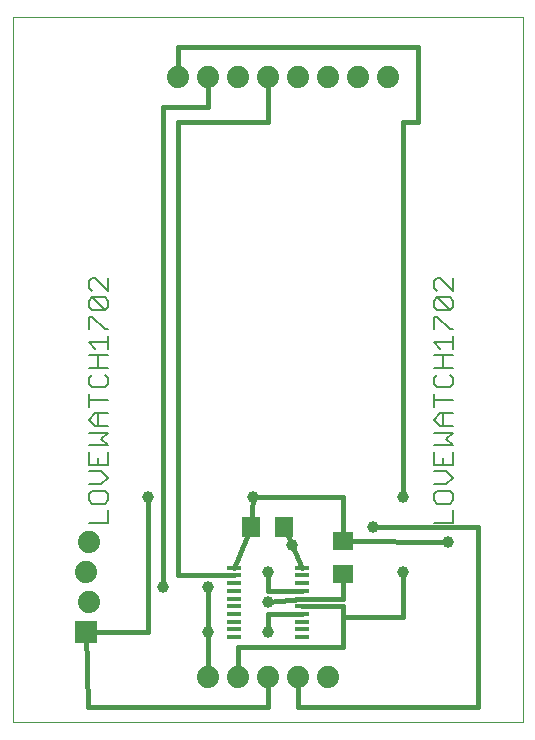
<source format=gtl>
G75*
%MOIN*%
%OFA0B0*%
%FSLAX25Y25*%
%IPPOS*%
%LPD*%
%AMOC8*
5,1,8,0,0,1.08239X$1,22.5*
%
%ADD10C,0.00000*%
%ADD11C,0.00600*%
%ADD12R,0.06299X0.07087*%
%ADD13R,0.07400X0.07400*%
%ADD14C,0.07400*%
%ADD15R,0.07098X0.06299*%
%ADD16R,0.04724X0.01181*%
%ADD17C,0.01600*%
%ADD18C,0.03962*%
D10*
X0001000Y0023436D02*
X0001000Y0258436D01*
X0171000Y0258436D01*
X0171000Y0023436D01*
X0001000Y0023436D01*
D11*
X0026295Y0089945D02*
X0032700Y0089945D01*
X0032700Y0094215D01*
X0031632Y0096390D02*
X0032700Y0097458D01*
X0032700Y0099593D01*
X0031632Y0100661D01*
X0027362Y0100661D01*
X0026295Y0099593D01*
X0026295Y0097458D01*
X0027362Y0096390D01*
X0031632Y0096390D01*
X0030565Y0102836D02*
X0032700Y0104971D01*
X0030565Y0107106D01*
X0026295Y0107106D01*
X0026295Y0109281D02*
X0032700Y0109281D01*
X0032700Y0113552D01*
X0032700Y0115727D02*
X0030565Y0117862D01*
X0032700Y0119997D01*
X0026295Y0119997D01*
X0028430Y0122172D02*
X0026295Y0124307D01*
X0028430Y0126442D01*
X0032700Y0126442D01*
X0032700Y0122172D02*
X0028430Y0122172D01*
X0029497Y0122172D02*
X0029497Y0126442D01*
X0026295Y0128618D02*
X0026295Y0132888D01*
X0026295Y0130753D02*
X0032700Y0130753D01*
X0031632Y0135063D02*
X0032700Y0136131D01*
X0032700Y0138266D01*
X0031632Y0139333D01*
X0032700Y0141509D02*
X0026295Y0141509D01*
X0027362Y0139333D02*
X0026295Y0138266D01*
X0026295Y0136131D01*
X0027362Y0135063D01*
X0031632Y0135063D01*
X0029497Y0141509D02*
X0029497Y0145779D01*
X0028430Y0147954D02*
X0026295Y0150089D01*
X0032700Y0150089D01*
X0032700Y0147954D02*
X0032700Y0152224D01*
X0032700Y0154400D02*
X0031632Y0154400D01*
X0027362Y0158670D01*
X0026295Y0158670D01*
X0026295Y0154400D01*
X0027362Y0160845D02*
X0026295Y0161913D01*
X0026295Y0164048D01*
X0027362Y0165115D01*
X0031632Y0160845D01*
X0032700Y0161913D01*
X0032700Y0164048D01*
X0031632Y0165115D01*
X0027362Y0165115D01*
X0027362Y0167291D02*
X0026295Y0168358D01*
X0026295Y0170493D01*
X0027362Y0171561D01*
X0028430Y0171561D01*
X0032700Y0167291D01*
X0032700Y0171561D01*
X0031632Y0160845D02*
X0027362Y0160845D01*
X0026295Y0145779D02*
X0032700Y0145779D01*
X0032700Y0115727D02*
X0026295Y0115727D01*
X0026295Y0113552D02*
X0026295Y0109281D01*
X0029497Y0109281D02*
X0029497Y0111416D01*
X0030565Y0102836D02*
X0026295Y0102836D01*
X0141295Y0102836D02*
X0145565Y0102836D01*
X0147700Y0104971D01*
X0145565Y0107106D01*
X0141295Y0107106D01*
X0141295Y0109281D02*
X0147700Y0109281D01*
X0147700Y0113552D01*
X0147700Y0115727D02*
X0145565Y0117862D01*
X0147700Y0119997D01*
X0141295Y0119997D01*
X0143430Y0122172D02*
X0141295Y0124307D01*
X0143430Y0126442D01*
X0147700Y0126442D01*
X0144497Y0126442D02*
X0144497Y0122172D01*
X0143430Y0122172D02*
X0147700Y0122172D01*
X0147700Y0115727D02*
X0141295Y0115727D01*
X0141295Y0113552D02*
X0141295Y0109281D01*
X0144497Y0109281D02*
X0144497Y0111416D01*
X0142362Y0100661D02*
X0141295Y0099593D01*
X0141295Y0097458D01*
X0142362Y0096390D01*
X0146632Y0096390D01*
X0147700Y0097458D01*
X0147700Y0099593D01*
X0146632Y0100661D01*
X0142362Y0100661D01*
X0147700Y0094215D02*
X0147700Y0089945D01*
X0141295Y0089945D01*
X0141295Y0128618D02*
X0141295Y0132888D01*
X0141295Y0130753D02*
X0147700Y0130753D01*
X0146632Y0135063D02*
X0147700Y0136131D01*
X0147700Y0138266D01*
X0146632Y0139333D01*
X0147700Y0141509D02*
X0141295Y0141509D01*
X0142362Y0139333D02*
X0141295Y0138266D01*
X0141295Y0136131D01*
X0142362Y0135063D01*
X0146632Y0135063D01*
X0144497Y0141509D02*
X0144497Y0145779D01*
X0143430Y0147954D02*
X0141295Y0150089D01*
X0147700Y0150089D01*
X0147700Y0147954D02*
X0147700Y0152224D01*
X0147700Y0154400D02*
X0146632Y0154400D01*
X0142362Y0158670D01*
X0141295Y0158670D01*
X0141295Y0154400D01*
X0142362Y0160845D02*
X0141295Y0161913D01*
X0141295Y0164048D01*
X0142362Y0165115D01*
X0146632Y0160845D01*
X0147700Y0161913D01*
X0147700Y0164048D01*
X0146632Y0165115D01*
X0142362Y0165115D01*
X0142362Y0167291D02*
X0141295Y0168358D01*
X0141295Y0170493D01*
X0142362Y0171561D01*
X0143430Y0171561D01*
X0147700Y0167291D01*
X0147700Y0171561D01*
X0146632Y0160845D02*
X0142362Y0160845D01*
X0141295Y0145779D02*
X0147700Y0145779D01*
D12*
X0091512Y0088436D03*
X0080488Y0088436D03*
D13*
X0025500Y0053436D03*
D14*
X0026500Y0063436D03*
X0025500Y0073436D03*
X0026500Y0083436D03*
X0066000Y0038436D03*
X0076000Y0038436D03*
X0086000Y0038436D03*
X0096000Y0038436D03*
X0106000Y0038436D03*
X0106000Y0238436D03*
X0096000Y0238436D03*
X0086000Y0238436D03*
X0076000Y0238436D03*
X0066000Y0238436D03*
X0056000Y0238436D03*
X0116000Y0238436D03*
X0126000Y0238436D03*
D15*
X0111000Y0084035D03*
X0111000Y0072838D03*
D16*
X0097417Y0072393D03*
X0097417Y0074952D03*
X0097417Y0069834D03*
X0097417Y0067275D03*
X0097417Y0064716D03*
X0097417Y0062157D03*
X0097417Y0059598D03*
X0097417Y0057039D03*
X0097417Y0054480D03*
X0097417Y0051921D03*
X0074582Y0051921D03*
X0074582Y0054480D03*
X0074582Y0057039D03*
X0074582Y0059598D03*
X0074582Y0062157D03*
X0074582Y0064716D03*
X0074582Y0067275D03*
X0074582Y0069834D03*
X0074582Y0072393D03*
X0074582Y0074952D03*
D17*
X0080488Y0088436D01*
X0081000Y0098436D01*
X0111000Y0098436D01*
X0111000Y0084035D01*
X0146000Y0083436D01*
X0156000Y0088436D02*
X0121000Y0088436D01*
X0131000Y0098436D02*
X0131000Y0223436D01*
X0136000Y0223436D01*
X0136000Y0248436D01*
X0056000Y0248436D01*
X0056000Y0238436D01*
X0051000Y0228436D02*
X0051000Y0068436D01*
X0056000Y0072393D02*
X0056000Y0223436D01*
X0086000Y0223436D01*
X0086000Y0238436D01*
X0066000Y0238436D02*
X0066000Y0228436D01*
X0051000Y0228436D01*
X0046000Y0098436D02*
X0046000Y0053436D01*
X0025500Y0053436D01*
X0026000Y0028436D01*
X0086000Y0028436D01*
X0086000Y0038436D01*
X0096000Y0038436D02*
X0096000Y0028436D01*
X0156000Y0028436D01*
X0156000Y0088436D01*
X0131000Y0073436D02*
X0131000Y0058436D01*
X0111500Y0058436D01*
X0111500Y0058536D01*
X0111000Y0058536D01*
X0111000Y0048436D01*
X0076000Y0048436D01*
X0076000Y0038436D01*
X0066000Y0038436D02*
X0066000Y0053436D01*
X0066000Y0068436D01*
X0074582Y0072393D02*
X0056000Y0072393D01*
X0086000Y0073436D02*
X0086000Y0067275D01*
X0097417Y0067275D01*
X0097417Y0064716D02*
X0111000Y0064716D01*
X0111000Y0072838D01*
X0111000Y0062157D02*
X0111000Y0058536D01*
X0111000Y0058436D02*
X0111500Y0058436D01*
X0111000Y0062157D02*
X0097417Y0062157D01*
X0097417Y0064716D02*
X0086000Y0063436D01*
X0086000Y0059598D02*
X0086000Y0053436D01*
X0086000Y0059598D02*
X0097417Y0059598D01*
X0097417Y0074952D02*
X0094071Y0082592D01*
X0091512Y0088436D01*
D18*
X0094071Y0082592D03*
X0086000Y0073436D03*
X0086000Y0063436D03*
X0086000Y0053436D03*
X0066000Y0053436D03*
X0066000Y0068436D03*
X0051000Y0068436D03*
X0046000Y0098436D03*
X0081000Y0098436D03*
X0121000Y0088436D03*
X0131000Y0098436D03*
X0146000Y0083436D03*
X0131000Y0073436D03*
M02*

</source>
